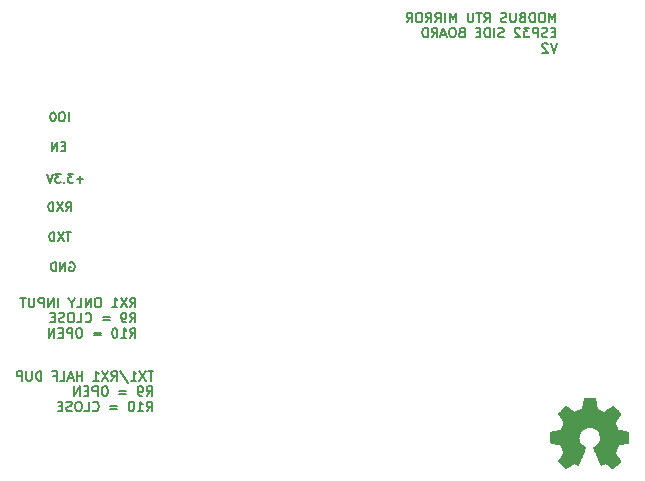
<source format=gbr>
%TF.GenerationSoftware,KiCad,Pcbnew,6.0.11-2627ca5db0~126~ubuntu20.04.1*%
%TF.CreationDate,2025-02-01T21:45:14-05:00*%
%TF.ProjectId,modbus_rtu_mirror_side_esp32_88x37x59mm,6d6f6462-7573-45f7-9274-755f6d697272,rev?*%
%TF.SameCoordinates,Original*%
%TF.FileFunction,Legend,Bot*%
%TF.FilePolarity,Positive*%
%FSLAX46Y46*%
G04 Gerber Fmt 4.6, Leading zero omitted, Abs format (unit mm)*
G04 Created by KiCad (PCBNEW 6.0.11-2627ca5db0~126~ubuntu20.04.1) date 2025-02-01 21:45:14*
%MOMM*%
%LPD*%
G01*
G04 APERTURE LIST*
%ADD10C,0.200000*%
%ADD11C,0.187500*%
%ADD12C,0.010000*%
G04 APERTURE END LIST*
D10*
X109712380Y-125565904D02*
X109979047Y-125184952D01*
X110169523Y-125565904D02*
X110169523Y-124765904D01*
X109864761Y-124765904D01*
X109788571Y-124804000D01*
X109750476Y-124842095D01*
X109712380Y-124918285D01*
X109712380Y-125032571D01*
X109750476Y-125108761D01*
X109788571Y-125146857D01*
X109864761Y-125184952D01*
X110169523Y-125184952D01*
X109445714Y-124765904D02*
X108912380Y-125565904D01*
X108912380Y-124765904D02*
X109445714Y-125565904D01*
X108188571Y-125565904D02*
X108645714Y-125565904D01*
X108417142Y-125565904D02*
X108417142Y-124765904D01*
X108493333Y-124880190D01*
X108569523Y-124956380D01*
X108645714Y-124994476D01*
X107083809Y-124765904D02*
X106931428Y-124765904D01*
X106855238Y-124804000D01*
X106779047Y-124880190D01*
X106740952Y-125032571D01*
X106740952Y-125299238D01*
X106779047Y-125451619D01*
X106855238Y-125527809D01*
X106931428Y-125565904D01*
X107083809Y-125565904D01*
X107160000Y-125527809D01*
X107236190Y-125451619D01*
X107274285Y-125299238D01*
X107274285Y-125032571D01*
X107236190Y-124880190D01*
X107160000Y-124804000D01*
X107083809Y-124765904D01*
X106398095Y-125565904D02*
X106398095Y-124765904D01*
X105940952Y-125565904D01*
X105940952Y-124765904D01*
X105179047Y-125565904D02*
X105560000Y-125565904D01*
X105560000Y-124765904D01*
X104760000Y-125184952D02*
X104760000Y-125565904D01*
X105026666Y-124765904D02*
X104760000Y-125184952D01*
X104493333Y-124765904D01*
X103617142Y-125565904D02*
X103617142Y-124765904D01*
X103236190Y-125565904D02*
X103236190Y-124765904D01*
X102779047Y-125565904D01*
X102779047Y-124765904D01*
X102398095Y-125565904D02*
X102398095Y-124765904D01*
X102093333Y-124765904D01*
X102017142Y-124804000D01*
X101979047Y-124842095D01*
X101940952Y-124918285D01*
X101940952Y-125032571D01*
X101979047Y-125108761D01*
X102017142Y-125146857D01*
X102093333Y-125184952D01*
X102398095Y-125184952D01*
X101598095Y-124765904D02*
X101598095Y-125413523D01*
X101560000Y-125489714D01*
X101521904Y-125527809D01*
X101445714Y-125565904D01*
X101293333Y-125565904D01*
X101217142Y-125527809D01*
X101179047Y-125489714D01*
X101140952Y-125413523D01*
X101140952Y-124765904D01*
X100874285Y-124765904D02*
X100417142Y-124765904D01*
X100645714Y-125565904D02*
X100645714Y-124765904D01*
X109712380Y-126853904D02*
X109979047Y-126472952D01*
X110169523Y-126853904D02*
X110169523Y-126053904D01*
X109864761Y-126053904D01*
X109788571Y-126092000D01*
X109750476Y-126130095D01*
X109712380Y-126206285D01*
X109712380Y-126320571D01*
X109750476Y-126396761D01*
X109788571Y-126434857D01*
X109864761Y-126472952D01*
X110169523Y-126472952D01*
X109331428Y-126853904D02*
X109179047Y-126853904D01*
X109102857Y-126815809D01*
X109064761Y-126777714D01*
X108988571Y-126663428D01*
X108950476Y-126511047D01*
X108950476Y-126206285D01*
X108988571Y-126130095D01*
X109026666Y-126092000D01*
X109102857Y-126053904D01*
X109255238Y-126053904D01*
X109331428Y-126092000D01*
X109369523Y-126130095D01*
X109407619Y-126206285D01*
X109407619Y-126396761D01*
X109369523Y-126472952D01*
X109331428Y-126511047D01*
X109255238Y-126549142D01*
X109102857Y-126549142D01*
X109026666Y-126511047D01*
X108988571Y-126472952D01*
X108950476Y-126396761D01*
X107998095Y-126434857D02*
X107388571Y-126434857D01*
X107388571Y-126663428D02*
X107998095Y-126663428D01*
X105940952Y-126777714D02*
X105979047Y-126815809D01*
X106093333Y-126853904D01*
X106169523Y-126853904D01*
X106283809Y-126815809D01*
X106360000Y-126739619D01*
X106398095Y-126663428D01*
X106436190Y-126511047D01*
X106436190Y-126396761D01*
X106398095Y-126244380D01*
X106360000Y-126168190D01*
X106283809Y-126092000D01*
X106169523Y-126053904D01*
X106093333Y-126053904D01*
X105979047Y-126092000D01*
X105940952Y-126130095D01*
X105217142Y-126853904D02*
X105598095Y-126853904D01*
X105598095Y-126053904D01*
X104798095Y-126053904D02*
X104645714Y-126053904D01*
X104569523Y-126092000D01*
X104493333Y-126168190D01*
X104455238Y-126320571D01*
X104455238Y-126587238D01*
X104493333Y-126739619D01*
X104569523Y-126815809D01*
X104645714Y-126853904D01*
X104798095Y-126853904D01*
X104874285Y-126815809D01*
X104950476Y-126739619D01*
X104988571Y-126587238D01*
X104988571Y-126320571D01*
X104950476Y-126168190D01*
X104874285Y-126092000D01*
X104798095Y-126053904D01*
X104150476Y-126815809D02*
X104036190Y-126853904D01*
X103845714Y-126853904D01*
X103769523Y-126815809D01*
X103731428Y-126777714D01*
X103693333Y-126701523D01*
X103693333Y-126625333D01*
X103731428Y-126549142D01*
X103769523Y-126511047D01*
X103845714Y-126472952D01*
X103998095Y-126434857D01*
X104074285Y-126396761D01*
X104112380Y-126358666D01*
X104150476Y-126282476D01*
X104150476Y-126206285D01*
X104112380Y-126130095D01*
X104074285Y-126092000D01*
X103998095Y-126053904D01*
X103807619Y-126053904D01*
X103693333Y-126092000D01*
X103350476Y-126434857D02*
X103083809Y-126434857D01*
X102969523Y-126853904D02*
X103350476Y-126853904D01*
X103350476Y-126053904D01*
X102969523Y-126053904D01*
X109712380Y-128141904D02*
X109979047Y-127760952D01*
X110169523Y-128141904D02*
X110169523Y-127341904D01*
X109864761Y-127341904D01*
X109788571Y-127380000D01*
X109750476Y-127418095D01*
X109712380Y-127494285D01*
X109712380Y-127608571D01*
X109750476Y-127684761D01*
X109788571Y-127722857D01*
X109864761Y-127760952D01*
X110169523Y-127760952D01*
X108950476Y-128141904D02*
X109407619Y-128141904D01*
X109179047Y-128141904D02*
X109179047Y-127341904D01*
X109255238Y-127456190D01*
X109331428Y-127532380D01*
X109407619Y-127570476D01*
X108455238Y-127341904D02*
X108379047Y-127341904D01*
X108302857Y-127380000D01*
X108264761Y-127418095D01*
X108226666Y-127494285D01*
X108188571Y-127646666D01*
X108188571Y-127837142D01*
X108226666Y-127989523D01*
X108264761Y-128065714D01*
X108302857Y-128103809D01*
X108379047Y-128141904D01*
X108455238Y-128141904D01*
X108531428Y-128103809D01*
X108569523Y-128065714D01*
X108607619Y-127989523D01*
X108645714Y-127837142D01*
X108645714Y-127646666D01*
X108607619Y-127494285D01*
X108569523Y-127418095D01*
X108531428Y-127380000D01*
X108455238Y-127341904D01*
X107236190Y-127722857D02*
X106626666Y-127722857D01*
X106626666Y-127951428D02*
X107236190Y-127951428D01*
X105483809Y-127341904D02*
X105331428Y-127341904D01*
X105255238Y-127380000D01*
X105179047Y-127456190D01*
X105140952Y-127608571D01*
X105140952Y-127875238D01*
X105179047Y-128027619D01*
X105255238Y-128103809D01*
X105331428Y-128141904D01*
X105483809Y-128141904D01*
X105560000Y-128103809D01*
X105636190Y-128027619D01*
X105674285Y-127875238D01*
X105674285Y-127608571D01*
X105636190Y-127456190D01*
X105560000Y-127380000D01*
X105483809Y-127341904D01*
X104798095Y-128141904D02*
X104798095Y-127341904D01*
X104493333Y-127341904D01*
X104417142Y-127380000D01*
X104379047Y-127418095D01*
X104340952Y-127494285D01*
X104340952Y-127608571D01*
X104379047Y-127684761D01*
X104417142Y-127722857D01*
X104493333Y-127760952D01*
X104798095Y-127760952D01*
X103998095Y-127722857D02*
X103731428Y-127722857D01*
X103617142Y-128141904D02*
X103998095Y-128141904D01*
X103998095Y-127341904D01*
X103617142Y-127341904D01*
X103274285Y-128141904D02*
X103274285Y-127341904D01*
X102817142Y-128141904D01*
X102817142Y-127341904D01*
D11*
X104259000Y-117433285D02*
X104509000Y-117076142D01*
X104687571Y-117433285D02*
X104687571Y-116683285D01*
X104401857Y-116683285D01*
X104330428Y-116719000D01*
X104294714Y-116754714D01*
X104259000Y-116826142D01*
X104259000Y-116933285D01*
X104294714Y-117004714D01*
X104330428Y-117040428D01*
X104401857Y-117076142D01*
X104687571Y-117076142D01*
X104009000Y-116683285D02*
X103509000Y-117433285D01*
X103509000Y-116683285D02*
X104009000Y-117433285D01*
X103223285Y-117433285D02*
X103223285Y-116683285D01*
X103044714Y-116683285D01*
X102937571Y-116719000D01*
X102866142Y-116790428D01*
X102830428Y-116861857D01*
X102794714Y-117004714D01*
X102794714Y-117111857D01*
X102830428Y-117254714D01*
X102866142Y-117326142D01*
X102937571Y-117397571D01*
X103044714Y-117433285D01*
X103223285Y-117433285D01*
D10*
X111680809Y-130988904D02*
X111223666Y-130988904D01*
X111452238Y-131788904D02*
X111452238Y-130988904D01*
X111033190Y-130988904D02*
X110499857Y-131788904D01*
X110499857Y-130988904D02*
X111033190Y-131788904D01*
X109776047Y-131788904D02*
X110233190Y-131788904D01*
X110004619Y-131788904D02*
X110004619Y-130988904D01*
X110080809Y-131103190D01*
X110157000Y-131179380D01*
X110233190Y-131217476D01*
X108861761Y-130950809D02*
X109547476Y-131979380D01*
X108137952Y-131788904D02*
X108404619Y-131407952D01*
X108595095Y-131788904D02*
X108595095Y-130988904D01*
X108290333Y-130988904D01*
X108214142Y-131027000D01*
X108176047Y-131065095D01*
X108137952Y-131141285D01*
X108137952Y-131255571D01*
X108176047Y-131331761D01*
X108214142Y-131369857D01*
X108290333Y-131407952D01*
X108595095Y-131407952D01*
X107871285Y-130988904D02*
X107337952Y-131788904D01*
X107337952Y-130988904D02*
X107871285Y-131788904D01*
X106614142Y-131788904D02*
X107071285Y-131788904D01*
X106842714Y-131788904D02*
X106842714Y-130988904D01*
X106918904Y-131103190D01*
X106995095Y-131179380D01*
X107071285Y-131217476D01*
X105661761Y-131788904D02*
X105661761Y-130988904D01*
X105661761Y-131369857D02*
X105204619Y-131369857D01*
X105204619Y-131788904D02*
X105204619Y-130988904D01*
X104861761Y-131560333D02*
X104480809Y-131560333D01*
X104937952Y-131788904D02*
X104671285Y-130988904D01*
X104404619Y-131788904D01*
X103757000Y-131788904D02*
X104137952Y-131788904D01*
X104137952Y-130988904D01*
X103223666Y-131369857D02*
X103490333Y-131369857D01*
X103490333Y-131788904D02*
X103490333Y-130988904D01*
X103109380Y-130988904D01*
X102195095Y-131788904D02*
X102195095Y-130988904D01*
X102004619Y-130988904D01*
X101890333Y-131027000D01*
X101814142Y-131103190D01*
X101776047Y-131179380D01*
X101737952Y-131331761D01*
X101737952Y-131446047D01*
X101776047Y-131598428D01*
X101814142Y-131674619D01*
X101890333Y-131750809D01*
X102004619Y-131788904D01*
X102195095Y-131788904D01*
X101395095Y-130988904D02*
X101395095Y-131636523D01*
X101357000Y-131712714D01*
X101318904Y-131750809D01*
X101242714Y-131788904D01*
X101090333Y-131788904D01*
X101014142Y-131750809D01*
X100976047Y-131712714D01*
X100937952Y-131636523D01*
X100937952Y-130988904D01*
X100557000Y-131788904D02*
X100557000Y-130988904D01*
X100252238Y-130988904D01*
X100176047Y-131027000D01*
X100137952Y-131065095D01*
X100099857Y-131141285D01*
X100099857Y-131255571D01*
X100137952Y-131331761D01*
X100176047Y-131369857D01*
X100252238Y-131407952D01*
X100557000Y-131407952D01*
X111109380Y-133076904D02*
X111376047Y-132695952D01*
X111566523Y-133076904D02*
X111566523Y-132276904D01*
X111261761Y-132276904D01*
X111185571Y-132315000D01*
X111147476Y-132353095D01*
X111109380Y-132429285D01*
X111109380Y-132543571D01*
X111147476Y-132619761D01*
X111185571Y-132657857D01*
X111261761Y-132695952D01*
X111566523Y-132695952D01*
X110728428Y-133076904D02*
X110576047Y-133076904D01*
X110499857Y-133038809D01*
X110461761Y-133000714D01*
X110385571Y-132886428D01*
X110347476Y-132734047D01*
X110347476Y-132429285D01*
X110385571Y-132353095D01*
X110423666Y-132315000D01*
X110499857Y-132276904D01*
X110652238Y-132276904D01*
X110728428Y-132315000D01*
X110766523Y-132353095D01*
X110804619Y-132429285D01*
X110804619Y-132619761D01*
X110766523Y-132695952D01*
X110728428Y-132734047D01*
X110652238Y-132772142D01*
X110499857Y-132772142D01*
X110423666Y-132734047D01*
X110385571Y-132695952D01*
X110347476Y-132619761D01*
X109395095Y-132657857D02*
X108785571Y-132657857D01*
X108785571Y-132886428D02*
X109395095Y-132886428D01*
X107642714Y-132276904D02*
X107490333Y-132276904D01*
X107414142Y-132315000D01*
X107337952Y-132391190D01*
X107299857Y-132543571D01*
X107299857Y-132810238D01*
X107337952Y-132962619D01*
X107414142Y-133038809D01*
X107490333Y-133076904D01*
X107642714Y-133076904D01*
X107718904Y-133038809D01*
X107795095Y-132962619D01*
X107833190Y-132810238D01*
X107833190Y-132543571D01*
X107795095Y-132391190D01*
X107718904Y-132315000D01*
X107642714Y-132276904D01*
X106957000Y-133076904D02*
X106957000Y-132276904D01*
X106652238Y-132276904D01*
X106576047Y-132315000D01*
X106537952Y-132353095D01*
X106499857Y-132429285D01*
X106499857Y-132543571D01*
X106537952Y-132619761D01*
X106576047Y-132657857D01*
X106652238Y-132695952D01*
X106957000Y-132695952D01*
X106157000Y-132657857D02*
X105890333Y-132657857D01*
X105776047Y-133076904D02*
X106157000Y-133076904D01*
X106157000Y-132276904D01*
X105776047Y-132276904D01*
X105433190Y-133076904D02*
X105433190Y-132276904D01*
X104976047Y-133076904D01*
X104976047Y-132276904D01*
X111109380Y-134364904D02*
X111376047Y-133983952D01*
X111566523Y-134364904D02*
X111566523Y-133564904D01*
X111261761Y-133564904D01*
X111185571Y-133603000D01*
X111147476Y-133641095D01*
X111109380Y-133717285D01*
X111109380Y-133831571D01*
X111147476Y-133907761D01*
X111185571Y-133945857D01*
X111261761Y-133983952D01*
X111566523Y-133983952D01*
X110347476Y-134364904D02*
X110804619Y-134364904D01*
X110576047Y-134364904D02*
X110576047Y-133564904D01*
X110652238Y-133679190D01*
X110728428Y-133755380D01*
X110804619Y-133793476D01*
X109852238Y-133564904D02*
X109776047Y-133564904D01*
X109699857Y-133603000D01*
X109661761Y-133641095D01*
X109623666Y-133717285D01*
X109585571Y-133869666D01*
X109585571Y-134060142D01*
X109623666Y-134212523D01*
X109661761Y-134288714D01*
X109699857Y-134326809D01*
X109776047Y-134364904D01*
X109852238Y-134364904D01*
X109928428Y-134326809D01*
X109966523Y-134288714D01*
X110004619Y-134212523D01*
X110042714Y-134060142D01*
X110042714Y-133869666D01*
X110004619Y-133717285D01*
X109966523Y-133641095D01*
X109928428Y-133603000D01*
X109852238Y-133564904D01*
X108633190Y-133945857D02*
X108023666Y-133945857D01*
X108023666Y-134174428D02*
X108633190Y-134174428D01*
X106576047Y-134288714D02*
X106614142Y-134326809D01*
X106728428Y-134364904D01*
X106804619Y-134364904D01*
X106918904Y-134326809D01*
X106995095Y-134250619D01*
X107033190Y-134174428D01*
X107071285Y-134022047D01*
X107071285Y-133907761D01*
X107033190Y-133755380D01*
X106995095Y-133679190D01*
X106918904Y-133603000D01*
X106804619Y-133564904D01*
X106728428Y-133564904D01*
X106614142Y-133603000D01*
X106576047Y-133641095D01*
X105852238Y-134364904D02*
X106233190Y-134364904D01*
X106233190Y-133564904D01*
X105433190Y-133564904D02*
X105280809Y-133564904D01*
X105204619Y-133603000D01*
X105128428Y-133679190D01*
X105090333Y-133831571D01*
X105090333Y-134098238D01*
X105128428Y-134250619D01*
X105204619Y-134326809D01*
X105280809Y-134364904D01*
X105433190Y-134364904D01*
X105509380Y-134326809D01*
X105585571Y-134250619D01*
X105623666Y-134098238D01*
X105623666Y-133831571D01*
X105585571Y-133679190D01*
X105509380Y-133603000D01*
X105433190Y-133564904D01*
X104785571Y-134326809D02*
X104671285Y-134364904D01*
X104480809Y-134364904D01*
X104404619Y-134326809D01*
X104366523Y-134288714D01*
X104328428Y-134212523D01*
X104328428Y-134136333D01*
X104366523Y-134060142D01*
X104404619Y-134022047D01*
X104480809Y-133983952D01*
X104633190Y-133945857D01*
X104709380Y-133907761D01*
X104747476Y-133869666D01*
X104785571Y-133793476D01*
X104785571Y-133717285D01*
X104747476Y-133641095D01*
X104709380Y-133603000D01*
X104633190Y-133564904D01*
X104442714Y-133564904D01*
X104328428Y-133603000D01*
X103985571Y-133945857D02*
X103718904Y-133945857D01*
X103604619Y-134364904D02*
X103985571Y-134364904D01*
X103985571Y-133564904D01*
X103604619Y-133564904D01*
D11*
X105767000Y-114734571D02*
X105195571Y-114734571D01*
X105481285Y-115020285D02*
X105481285Y-114448857D01*
X104909857Y-114270285D02*
X104445571Y-114270285D01*
X104695571Y-114556000D01*
X104588428Y-114556000D01*
X104517000Y-114591714D01*
X104481285Y-114627428D01*
X104445571Y-114698857D01*
X104445571Y-114877428D01*
X104481285Y-114948857D01*
X104517000Y-114984571D01*
X104588428Y-115020285D01*
X104802714Y-115020285D01*
X104874142Y-114984571D01*
X104909857Y-114948857D01*
X104124142Y-114948857D02*
X104088428Y-114984571D01*
X104124142Y-115020285D01*
X104159857Y-114984571D01*
X104124142Y-114948857D01*
X104124142Y-115020285D01*
X103838428Y-114270285D02*
X103374142Y-114270285D01*
X103624142Y-114556000D01*
X103517000Y-114556000D01*
X103445571Y-114591714D01*
X103409857Y-114627428D01*
X103374142Y-114698857D01*
X103374142Y-114877428D01*
X103409857Y-114948857D01*
X103445571Y-114984571D01*
X103517000Y-115020285D01*
X103731285Y-115020285D01*
X103802714Y-114984571D01*
X103838428Y-114948857D01*
X103159857Y-114270285D02*
X102909857Y-115020285D01*
X102659857Y-114270285D01*
X104509000Y-109813285D02*
X104509000Y-109063285D01*
X104009000Y-109063285D02*
X103866142Y-109063285D01*
X103794714Y-109099000D01*
X103723285Y-109170428D01*
X103687571Y-109313285D01*
X103687571Y-109563285D01*
X103723285Y-109706142D01*
X103794714Y-109777571D01*
X103866142Y-109813285D01*
X104009000Y-109813285D01*
X104080428Y-109777571D01*
X104151857Y-109706142D01*
X104187571Y-109563285D01*
X104187571Y-109313285D01*
X104151857Y-109170428D01*
X104080428Y-109099000D01*
X104009000Y-109063285D01*
X103223285Y-109063285D02*
X103151857Y-109063285D01*
X103080428Y-109099000D01*
X103044714Y-109134714D01*
X103009000Y-109206142D01*
X102973285Y-109349000D01*
X102973285Y-109527571D01*
X103009000Y-109670428D01*
X103044714Y-109741857D01*
X103080428Y-109777571D01*
X103151857Y-109813285D01*
X103223285Y-109813285D01*
X103294714Y-109777571D01*
X103330428Y-109741857D01*
X103366142Y-109670428D01*
X103401857Y-109527571D01*
X103401857Y-109349000D01*
X103366142Y-109206142D01*
X103330428Y-109134714D01*
X103294714Y-109099000D01*
X103223285Y-109063285D01*
X104584428Y-121799000D02*
X104655857Y-121763285D01*
X104763000Y-121763285D01*
X104870142Y-121799000D01*
X104941571Y-121870428D01*
X104977285Y-121941857D01*
X105013000Y-122084714D01*
X105013000Y-122191857D01*
X104977285Y-122334714D01*
X104941571Y-122406142D01*
X104870142Y-122477571D01*
X104763000Y-122513285D01*
X104691571Y-122513285D01*
X104584428Y-122477571D01*
X104548714Y-122441857D01*
X104548714Y-122191857D01*
X104691571Y-122191857D01*
X104227285Y-122513285D02*
X104227285Y-121763285D01*
X103798714Y-122513285D01*
X103798714Y-121763285D01*
X103441571Y-122513285D02*
X103441571Y-121763285D01*
X103263000Y-121763285D01*
X103155857Y-121799000D01*
X103084428Y-121870428D01*
X103048714Y-121941857D01*
X103013000Y-122084714D01*
X103013000Y-122191857D01*
X103048714Y-122334714D01*
X103084428Y-122406142D01*
X103155857Y-122477571D01*
X103263000Y-122513285D01*
X103441571Y-122513285D01*
X104185571Y-111960428D02*
X103935571Y-111960428D01*
X103828428Y-112353285D02*
X104185571Y-112353285D01*
X104185571Y-111603285D01*
X103828428Y-111603285D01*
X103507000Y-112353285D02*
X103507000Y-111603285D01*
X103078428Y-112353285D01*
X103078428Y-111603285D01*
X104705428Y-119223285D02*
X104276857Y-119223285D01*
X104491142Y-119973285D02*
X104491142Y-119223285D01*
X104098285Y-119223285D02*
X103598285Y-119973285D01*
X103598285Y-119223285D02*
X104098285Y-119973285D01*
X103312571Y-119973285D02*
X103312571Y-119223285D01*
X103134000Y-119223285D01*
X103026857Y-119259000D01*
X102955428Y-119330428D01*
X102919714Y-119401857D01*
X102884000Y-119544714D01*
X102884000Y-119651857D01*
X102919714Y-119794714D01*
X102955428Y-119866142D01*
X103026857Y-119937571D01*
X103134000Y-119973285D01*
X103312571Y-119973285D01*
D10*
X145729523Y-101435904D02*
X145729523Y-100635904D01*
X145462857Y-101207333D01*
X145196190Y-100635904D01*
X145196190Y-101435904D01*
X144662857Y-100635904D02*
X144510476Y-100635904D01*
X144434285Y-100674000D01*
X144358095Y-100750190D01*
X144320000Y-100902571D01*
X144320000Y-101169238D01*
X144358095Y-101321619D01*
X144434285Y-101397809D01*
X144510476Y-101435904D01*
X144662857Y-101435904D01*
X144739047Y-101397809D01*
X144815238Y-101321619D01*
X144853333Y-101169238D01*
X144853333Y-100902571D01*
X144815238Y-100750190D01*
X144739047Y-100674000D01*
X144662857Y-100635904D01*
X143977142Y-101435904D02*
X143977142Y-100635904D01*
X143786666Y-100635904D01*
X143672380Y-100674000D01*
X143596190Y-100750190D01*
X143558095Y-100826380D01*
X143520000Y-100978761D01*
X143520000Y-101093047D01*
X143558095Y-101245428D01*
X143596190Y-101321619D01*
X143672380Y-101397809D01*
X143786666Y-101435904D01*
X143977142Y-101435904D01*
X142910476Y-101016857D02*
X142796190Y-101054952D01*
X142758095Y-101093047D01*
X142720000Y-101169238D01*
X142720000Y-101283523D01*
X142758095Y-101359714D01*
X142796190Y-101397809D01*
X142872380Y-101435904D01*
X143177142Y-101435904D01*
X143177142Y-100635904D01*
X142910476Y-100635904D01*
X142834285Y-100674000D01*
X142796190Y-100712095D01*
X142758095Y-100788285D01*
X142758095Y-100864476D01*
X142796190Y-100940666D01*
X142834285Y-100978761D01*
X142910476Y-101016857D01*
X143177142Y-101016857D01*
X142377142Y-100635904D02*
X142377142Y-101283523D01*
X142339047Y-101359714D01*
X142300952Y-101397809D01*
X142224761Y-101435904D01*
X142072380Y-101435904D01*
X141996190Y-101397809D01*
X141958095Y-101359714D01*
X141920000Y-101283523D01*
X141920000Y-100635904D01*
X141577142Y-101397809D02*
X141462857Y-101435904D01*
X141272380Y-101435904D01*
X141196190Y-101397809D01*
X141158095Y-101359714D01*
X141120000Y-101283523D01*
X141120000Y-101207333D01*
X141158095Y-101131142D01*
X141196190Y-101093047D01*
X141272380Y-101054952D01*
X141424761Y-101016857D01*
X141500952Y-100978761D01*
X141539047Y-100940666D01*
X141577142Y-100864476D01*
X141577142Y-100788285D01*
X141539047Y-100712095D01*
X141500952Y-100674000D01*
X141424761Y-100635904D01*
X141234285Y-100635904D01*
X141120000Y-100674000D01*
X139710476Y-101435904D02*
X139977142Y-101054952D01*
X140167619Y-101435904D02*
X140167619Y-100635904D01*
X139862857Y-100635904D01*
X139786666Y-100674000D01*
X139748571Y-100712095D01*
X139710476Y-100788285D01*
X139710476Y-100902571D01*
X139748571Y-100978761D01*
X139786666Y-101016857D01*
X139862857Y-101054952D01*
X140167619Y-101054952D01*
X139481904Y-100635904D02*
X139024761Y-100635904D01*
X139253333Y-101435904D02*
X139253333Y-100635904D01*
X138758095Y-100635904D02*
X138758095Y-101283523D01*
X138720000Y-101359714D01*
X138681904Y-101397809D01*
X138605714Y-101435904D01*
X138453333Y-101435904D01*
X138377142Y-101397809D01*
X138339047Y-101359714D01*
X138300952Y-101283523D01*
X138300952Y-100635904D01*
X137310476Y-101435904D02*
X137310476Y-100635904D01*
X137043809Y-101207333D01*
X136777142Y-100635904D01*
X136777142Y-101435904D01*
X136396190Y-101435904D02*
X136396190Y-100635904D01*
X135558095Y-101435904D02*
X135824761Y-101054952D01*
X136015238Y-101435904D02*
X136015238Y-100635904D01*
X135710476Y-100635904D01*
X135634285Y-100674000D01*
X135596190Y-100712095D01*
X135558095Y-100788285D01*
X135558095Y-100902571D01*
X135596190Y-100978761D01*
X135634285Y-101016857D01*
X135710476Y-101054952D01*
X136015238Y-101054952D01*
X134758095Y-101435904D02*
X135024761Y-101054952D01*
X135215238Y-101435904D02*
X135215238Y-100635904D01*
X134910476Y-100635904D01*
X134834285Y-100674000D01*
X134796190Y-100712095D01*
X134758095Y-100788285D01*
X134758095Y-100902571D01*
X134796190Y-100978761D01*
X134834285Y-101016857D01*
X134910476Y-101054952D01*
X135215238Y-101054952D01*
X134262857Y-100635904D02*
X134110476Y-100635904D01*
X134034285Y-100674000D01*
X133958095Y-100750190D01*
X133919999Y-100902571D01*
X133919999Y-101169238D01*
X133958095Y-101321619D01*
X134034285Y-101397809D01*
X134110476Y-101435904D01*
X134262857Y-101435904D01*
X134339047Y-101397809D01*
X134415238Y-101321619D01*
X134453333Y-101169238D01*
X134453333Y-100902571D01*
X134415238Y-100750190D01*
X134339047Y-100674000D01*
X134262857Y-100635904D01*
X133119999Y-101435904D02*
X133386666Y-101054952D01*
X133577142Y-101435904D02*
X133577142Y-100635904D01*
X133272380Y-100635904D01*
X133196190Y-100674000D01*
X133158095Y-100712095D01*
X133119999Y-100788285D01*
X133119999Y-100902571D01*
X133158095Y-100978761D01*
X133196190Y-101016857D01*
X133272380Y-101054952D01*
X133577142Y-101054952D01*
X145729523Y-102304857D02*
X145462857Y-102304857D01*
X145348571Y-102723904D02*
X145729523Y-102723904D01*
X145729523Y-101923904D01*
X145348571Y-101923904D01*
X145043809Y-102685809D02*
X144929523Y-102723904D01*
X144739047Y-102723904D01*
X144662857Y-102685809D01*
X144624761Y-102647714D01*
X144586666Y-102571523D01*
X144586666Y-102495333D01*
X144624761Y-102419142D01*
X144662857Y-102381047D01*
X144739047Y-102342952D01*
X144891428Y-102304857D01*
X144967619Y-102266761D01*
X145005714Y-102228666D01*
X145043809Y-102152476D01*
X145043809Y-102076285D01*
X145005714Y-102000095D01*
X144967619Y-101962000D01*
X144891428Y-101923904D01*
X144700952Y-101923904D01*
X144586666Y-101962000D01*
X144243809Y-102723904D02*
X144243809Y-101923904D01*
X143939047Y-101923904D01*
X143862857Y-101962000D01*
X143824761Y-102000095D01*
X143786666Y-102076285D01*
X143786666Y-102190571D01*
X143824761Y-102266761D01*
X143862857Y-102304857D01*
X143939047Y-102342952D01*
X144243809Y-102342952D01*
X143520000Y-101923904D02*
X143024761Y-101923904D01*
X143291428Y-102228666D01*
X143177142Y-102228666D01*
X143100952Y-102266761D01*
X143062857Y-102304857D01*
X143024761Y-102381047D01*
X143024761Y-102571523D01*
X143062857Y-102647714D01*
X143100952Y-102685809D01*
X143177142Y-102723904D01*
X143405714Y-102723904D01*
X143481904Y-102685809D01*
X143520000Y-102647714D01*
X142720000Y-102000095D02*
X142681904Y-101962000D01*
X142605714Y-101923904D01*
X142415238Y-101923904D01*
X142339047Y-101962000D01*
X142300952Y-102000095D01*
X142262857Y-102076285D01*
X142262857Y-102152476D01*
X142300952Y-102266761D01*
X142758095Y-102723904D01*
X142262857Y-102723904D01*
X141348571Y-102685809D02*
X141234285Y-102723904D01*
X141043809Y-102723904D01*
X140967619Y-102685809D01*
X140929523Y-102647714D01*
X140891428Y-102571523D01*
X140891428Y-102495333D01*
X140929523Y-102419142D01*
X140967619Y-102381047D01*
X141043809Y-102342952D01*
X141196190Y-102304857D01*
X141272380Y-102266761D01*
X141310476Y-102228666D01*
X141348571Y-102152476D01*
X141348571Y-102076285D01*
X141310476Y-102000095D01*
X141272380Y-101962000D01*
X141196190Y-101923904D01*
X141005714Y-101923904D01*
X140891428Y-101962000D01*
X140548571Y-102723904D02*
X140548571Y-101923904D01*
X140167619Y-102723904D02*
X140167619Y-101923904D01*
X139977142Y-101923904D01*
X139862857Y-101962000D01*
X139786666Y-102038190D01*
X139748571Y-102114380D01*
X139710476Y-102266761D01*
X139710476Y-102381047D01*
X139748571Y-102533428D01*
X139786666Y-102609619D01*
X139862857Y-102685809D01*
X139977142Y-102723904D01*
X140167619Y-102723904D01*
X139367619Y-102304857D02*
X139100952Y-102304857D01*
X138986666Y-102723904D02*
X139367619Y-102723904D01*
X139367619Y-101923904D01*
X138986666Y-101923904D01*
X137767619Y-102304857D02*
X137653333Y-102342952D01*
X137615238Y-102381047D01*
X137577142Y-102457238D01*
X137577142Y-102571523D01*
X137615238Y-102647714D01*
X137653333Y-102685809D01*
X137729523Y-102723904D01*
X138034285Y-102723904D01*
X138034285Y-101923904D01*
X137767619Y-101923904D01*
X137691428Y-101962000D01*
X137653333Y-102000095D01*
X137615238Y-102076285D01*
X137615238Y-102152476D01*
X137653333Y-102228666D01*
X137691428Y-102266761D01*
X137767619Y-102304857D01*
X138034285Y-102304857D01*
X137081904Y-101923904D02*
X136929523Y-101923904D01*
X136853333Y-101962000D01*
X136777142Y-102038190D01*
X136739047Y-102190571D01*
X136739047Y-102457238D01*
X136777142Y-102609619D01*
X136853333Y-102685809D01*
X136929523Y-102723904D01*
X137081904Y-102723904D01*
X137158095Y-102685809D01*
X137234285Y-102609619D01*
X137272380Y-102457238D01*
X137272380Y-102190571D01*
X137234285Y-102038190D01*
X137158095Y-101962000D01*
X137081904Y-101923904D01*
X136434285Y-102495333D02*
X136053333Y-102495333D01*
X136510476Y-102723904D02*
X136243809Y-101923904D01*
X135977142Y-102723904D01*
X135253333Y-102723904D02*
X135520000Y-102342952D01*
X135710476Y-102723904D02*
X135710476Y-101923904D01*
X135405714Y-101923904D01*
X135329523Y-101962000D01*
X135291428Y-102000095D01*
X135253333Y-102076285D01*
X135253333Y-102190571D01*
X135291428Y-102266761D01*
X135329523Y-102304857D01*
X135405714Y-102342952D01*
X135710476Y-102342952D01*
X134910476Y-102723904D02*
X134910476Y-101923904D01*
X134720000Y-101923904D01*
X134605714Y-101962000D01*
X134529523Y-102038190D01*
X134491428Y-102114380D01*
X134453333Y-102266761D01*
X134453333Y-102381047D01*
X134491428Y-102533428D01*
X134529523Y-102609619D01*
X134605714Y-102685809D01*
X134720000Y-102723904D01*
X134910476Y-102723904D01*
X145843809Y-103211904D02*
X145577142Y-104011904D01*
X145310476Y-103211904D01*
X145081904Y-103288095D02*
X145043809Y-103250000D01*
X144967619Y-103211904D01*
X144777142Y-103211904D01*
X144700952Y-103250000D01*
X144662857Y-103288095D01*
X144624761Y-103364285D01*
X144624761Y-103440476D01*
X144662857Y-103554761D01*
X145120000Y-104011904D01*
X144624761Y-104011904D01*
%TO.C,REF\u002A\u002A*%
G36*
X149127275Y-133739931D02*
G01*
X149211095Y-134184555D01*
X149829667Y-134439551D01*
X150200707Y-134187246D01*
X150274144Y-134137506D01*
X150371499Y-134072218D01*
X150455787Y-134016454D01*
X150522631Y-133973078D01*
X150567654Y-133944953D01*
X150586478Y-133934942D01*
X150598039Y-133942061D01*
X150632596Y-133971894D01*
X150684894Y-134020852D01*
X150750500Y-134084440D01*
X150824983Y-134158163D01*
X150903913Y-134237525D01*
X150982856Y-134318031D01*
X151057384Y-134395185D01*
X151123063Y-134464493D01*
X151175463Y-134521457D01*
X151210153Y-134561584D01*
X151222701Y-134580377D01*
X151219782Y-134588451D01*
X151199571Y-134624469D01*
X151162663Y-134683744D01*
X151112050Y-134761630D01*
X151050725Y-134853481D01*
X150981679Y-134954650D01*
X150943787Y-135009826D01*
X150878606Y-135105884D01*
X150822723Y-135189717D01*
X150779117Y-135256777D01*
X150750769Y-135302519D01*
X150740657Y-135322396D01*
X150740823Y-135323497D01*
X150749743Y-135348694D01*
X150770206Y-135400147D01*
X150799360Y-135471135D01*
X150834353Y-135554935D01*
X150872332Y-135644828D01*
X150910445Y-135734091D01*
X150945839Y-135816003D01*
X150975662Y-135883843D01*
X150997061Y-135930890D01*
X151007184Y-135950422D01*
X151013174Y-135952155D01*
X151049566Y-135959969D01*
X151114427Y-135972915D01*
X151202565Y-135989979D01*
X151308787Y-136010151D01*
X151427902Y-136032418D01*
X151490683Y-136044223D01*
X151605912Y-136066748D01*
X151706662Y-136087550D01*
X151787426Y-136105435D01*
X151842698Y-136119208D01*
X151866971Y-136127674D01*
X151871331Y-136136066D01*
X151878563Y-136177072D01*
X151884246Y-136245368D01*
X151888382Y-136334529D01*
X151890977Y-136438128D01*
X151892036Y-136549740D01*
X151891561Y-136662938D01*
X151889559Y-136771296D01*
X151886033Y-136868389D01*
X151880987Y-136947790D01*
X151874427Y-137003072D01*
X151866356Y-137027810D01*
X151861458Y-137030600D01*
X151824930Y-137042569D01*
X151761565Y-137058405D01*
X151678686Y-137076374D01*
X151583618Y-137094741D01*
X151551542Y-137100591D01*
X151403393Y-137127798D01*
X151286961Y-137149663D01*
X151198209Y-137167093D01*
X151133103Y-137180996D01*
X151087606Y-137192277D01*
X151057682Y-137201843D01*
X151039294Y-137210601D01*
X151028407Y-137219457D01*
X151027142Y-137220943D01*
X151009338Y-137251931D01*
X150982994Y-137308634D01*
X150950661Y-137384399D01*
X150914893Y-137472574D01*
X150878244Y-137566507D01*
X150843266Y-137659547D01*
X150812513Y-137745041D01*
X150788538Y-137816336D01*
X150773895Y-137866782D01*
X150771136Y-137889726D01*
X150772981Y-137892703D01*
X150792075Y-137921493D01*
X150827984Y-137974595D01*
X150877378Y-138047117D01*
X150936927Y-138134167D01*
X151003303Y-138230854D01*
X151021520Y-138257456D01*
X151085577Y-138352875D01*
X151140937Y-138438212D01*
X151184439Y-138508405D01*
X151212924Y-138558394D01*
X151223232Y-138583116D01*
X151221011Y-138589616D01*
X151197858Y-138621644D01*
X151152177Y-138673945D01*
X151087241Y-138742999D01*
X151006319Y-138825286D01*
X150912685Y-138917286D01*
X150859165Y-138968781D01*
X150774542Y-139048983D01*
X150700475Y-139117678D01*
X150640941Y-139171252D01*
X150599917Y-139206085D01*
X150581381Y-139218563D01*
X150568646Y-139213938D01*
X150529436Y-139192057D01*
X150472495Y-139156273D01*
X150405250Y-139111117D01*
X150357438Y-139078165D01*
X150261985Y-139012727D01*
X150160125Y-138943228D01*
X150067088Y-138880075D01*
X149884832Y-138756800D01*
X149731841Y-138839520D01*
X149695817Y-138858613D01*
X149630303Y-138891272D01*
X149579640Y-138913819D01*
X149552564Y-138922226D01*
X149543703Y-138911430D01*
X149521699Y-138870323D01*
X149489199Y-138802549D01*
X149448010Y-138712409D01*
X149399942Y-138604205D01*
X149346802Y-138482237D01*
X149290399Y-138350808D01*
X149232542Y-138214218D01*
X149175038Y-138076767D01*
X149119697Y-137942758D01*
X149068326Y-137816491D01*
X149022735Y-137702268D01*
X148984732Y-137604390D01*
X148956124Y-137527157D01*
X148938721Y-137474871D01*
X148934331Y-137451833D01*
X148934628Y-137451160D01*
X148955077Y-137429863D01*
X148997850Y-137396508D01*
X149054117Y-137358011D01*
X149071877Y-137346256D01*
X149207014Y-137234735D01*
X149318856Y-137101906D01*
X149404755Y-136953298D01*
X149462062Y-136794440D01*
X149488131Y-136630860D01*
X149480313Y-136468088D01*
X149448644Y-136323315D01*
X149391782Y-136177124D01*
X149308888Y-136046703D01*
X149195131Y-135922813D01*
X149150433Y-135883235D01*
X149005935Y-135785723D01*
X148849838Y-135720050D01*
X148686667Y-135685630D01*
X148520943Y-135681874D01*
X148357192Y-135708194D01*
X148199936Y-135764003D01*
X148053698Y-135848714D01*
X147923004Y-135961737D01*
X147812374Y-136102487D01*
X147791105Y-136137342D01*
X147718810Y-136296655D01*
X147680415Y-136462552D01*
X147674914Y-136630737D01*
X147701301Y-136796913D01*
X147758570Y-136956784D01*
X147845717Y-137106053D01*
X147961736Y-137240423D01*
X148105622Y-137355599D01*
X148110294Y-137358702D01*
X148165964Y-137397933D01*
X148207689Y-137431286D01*
X148226746Y-137451833D01*
X148224342Y-137467941D01*
X148209391Y-137514844D01*
X148182881Y-137587539D01*
X148146620Y-137681725D01*
X148102416Y-137793098D01*
X148052076Y-137917358D01*
X147997407Y-138050202D01*
X147940218Y-138187327D01*
X147882316Y-138324432D01*
X147825510Y-138457215D01*
X147771606Y-138581374D01*
X147722412Y-138692606D01*
X147679737Y-138786609D01*
X147645387Y-138859082D01*
X147621171Y-138905722D01*
X147608897Y-138922226D01*
X147598689Y-138919991D01*
X147558586Y-138903926D01*
X147499318Y-138875759D01*
X147429619Y-138839520D01*
X147276629Y-138756800D01*
X147094373Y-138880075D01*
X147040527Y-138916579D01*
X146940374Y-138984784D01*
X146840525Y-139053098D01*
X146756211Y-139111117D01*
X146709679Y-139142736D01*
X146649200Y-139182020D01*
X146604357Y-139208912D01*
X146582455Y-139218883D01*
X146573045Y-139214650D01*
X146539031Y-139188721D01*
X146486595Y-139143070D01*
X146420301Y-139082186D01*
X146344713Y-139010561D01*
X146264396Y-138932683D01*
X146183913Y-138853045D01*
X146107829Y-138776135D01*
X146040707Y-138706445D01*
X145987112Y-138648464D01*
X145951608Y-138606684D01*
X145938759Y-138585593D01*
X145939500Y-138581581D01*
X145954793Y-138548920D01*
X145987462Y-138492412D01*
X146034350Y-138417163D01*
X146092301Y-138328275D01*
X146158157Y-138230854D01*
X146176627Y-138203982D01*
X146241482Y-138109423D01*
X146298609Y-138025827D01*
X146344678Y-137958084D01*
X146376359Y-137911086D01*
X146390324Y-137889726D01*
X146390668Y-137888811D01*
X146386546Y-137862678D01*
X146370807Y-137809740D01*
X146346004Y-137736647D01*
X146314689Y-137650052D01*
X146279417Y-137556608D01*
X146242740Y-137462965D01*
X146207212Y-137375777D01*
X146175386Y-137301695D01*
X146149816Y-137247371D01*
X146133053Y-137219457D01*
X146131374Y-137217724D01*
X146119372Y-137208956D01*
X146099103Y-137200115D01*
X146066529Y-137190292D01*
X146017616Y-137178583D01*
X145948327Y-137164080D01*
X145854625Y-137145876D01*
X145732476Y-137123066D01*
X145577842Y-137094741D01*
X145545770Y-137088780D01*
X145453893Y-137070352D01*
X145376607Y-137052892D01*
X145321236Y-137038133D01*
X145295105Y-137027810D01*
X145290733Y-137019197D01*
X145283445Y-136977826D01*
X145277669Y-136909241D01*
X145273410Y-136819868D01*
X145270673Y-136716135D01*
X145269462Y-136604465D01*
X145269782Y-136491287D01*
X145271636Y-136383026D01*
X145275030Y-136286108D01*
X145279967Y-136206959D01*
X145286452Y-136152006D01*
X145294489Y-136127674D01*
X145302696Y-136124079D01*
X145343519Y-136112748D01*
X145412524Y-136096722D01*
X145504203Y-136077195D01*
X145613050Y-136055362D01*
X145733558Y-136032418D01*
X145799357Y-136020159D01*
X145912135Y-135998901D01*
X146009207Y-135980287D01*
X146085382Y-135965328D01*
X146135469Y-135955036D01*
X146154276Y-135950422D01*
X146154983Y-135949471D01*
X146166961Y-135925310D01*
X146189794Y-135874694D01*
X146220630Y-135804338D01*
X146256613Y-135720958D01*
X146294891Y-135631270D01*
X146332609Y-135541989D01*
X146366913Y-135459832D01*
X146394949Y-135391513D01*
X146413864Y-135343748D01*
X146420803Y-135323254D01*
X146417742Y-135316043D01*
X146397372Y-135281728D01*
X146360422Y-135223970D01*
X146309860Y-135147299D01*
X146248657Y-135056248D01*
X146179781Y-134955350D01*
X146141994Y-134900093D01*
X146076782Y-134803215D01*
X146020871Y-134718193D01*
X145977241Y-134649662D01*
X145948877Y-134602260D01*
X145938759Y-134580623D01*
X145945790Y-134568887D01*
X145975197Y-134533818D01*
X146023441Y-134480745D01*
X146086093Y-134414164D01*
X146158725Y-134338574D01*
X146236908Y-134258472D01*
X146316214Y-134178354D01*
X146392213Y-134102718D01*
X146460478Y-134036062D01*
X146516580Y-133982882D01*
X146556090Y-133947676D01*
X146574579Y-133934942D01*
X146584843Y-133939893D01*
X146622530Y-133962857D01*
X146683348Y-134001938D01*
X146762913Y-134054272D01*
X146856843Y-134116996D01*
X146960754Y-134187246D01*
X147331794Y-134439551D01*
X147641080Y-134312053D01*
X147950365Y-134184555D01*
X148034186Y-133739931D01*
X148118006Y-133295307D01*
X149043454Y-133295307D01*
X149127275Y-133739931D01*
G37*
D12*
X149127275Y-133739931D02*
X149211095Y-134184555D01*
X149829667Y-134439551D01*
X150200707Y-134187246D01*
X150274144Y-134137506D01*
X150371499Y-134072218D01*
X150455787Y-134016454D01*
X150522631Y-133973078D01*
X150567654Y-133944953D01*
X150586478Y-133934942D01*
X150598039Y-133942061D01*
X150632596Y-133971894D01*
X150684894Y-134020852D01*
X150750500Y-134084440D01*
X150824983Y-134158163D01*
X150903913Y-134237525D01*
X150982856Y-134318031D01*
X151057384Y-134395185D01*
X151123063Y-134464493D01*
X151175463Y-134521457D01*
X151210153Y-134561584D01*
X151222701Y-134580377D01*
X151219782Y-134588451D01*
X151199571Y-134624469D01*
X151162663Y-134683744D01*
X151112050Y-134761630D01*
X151050725Y-134853481D01*
X150981679Y-134954650D01*
X150943787Y-135009826D01*
X150878606Y-135105884D01*
X150822723Y-135189717D01*
X150779117Y-135256777D01*
X150750769Y-135302519D01*
X150740657Y-135322396D01*
X150740823Y-135323497D01*
X150749743Y-135348694D01*
X150770206Y-135400147D01*
X150799360Y-135471135D01*
X150834353Y-135554935D01*
X150872332Y-135644828D01*
X150910445Y-135734091D01*
X150945839Y-135816003D01*
X150975662Y-135883843D01*
X150997061Y-135930890D01*
X151007184Y-135950422D01*
X151013174Y-135952155D01*
X151049566Y-135959969D01*
X151114427Y-135972915D01*
X151202565Y-135989979D01*
X151308787Y-136010151D01*
X151427902Y-136032418D01*
X151490683Y-136044223D01*
X151605912Y-136066748D01*
X151706662Y-136087550D01*
X151787426Y-136105435D01*
X151842698Y-136119208D01*
X151866971Y-136127674D01*
X151871331Y-136136066D01*
X151878563Y-136177072D01*
X151884246Y-136245368D01*
X151888382Y-136334529D01*
X151890977Y-136438128D01*
X151892036Y-136549740D01*
X151891561Y-136662938D01*
X151889559Y-136771296D01*
X151886033Y-136868389D01*
X151880987Y-136947790D01*
X151874427Y-137003072D01*
X151866356Y-137027810D01*
X151861458Y-137030600D01*
X151824930Y-137042569D01*
X151761565Y-137058405D01*
X151678686Y-137076374D01*
X151583618Y-137094741D01*
X151551542Y-137100591D01*
X151403393Y-137127798D01*
X151286961Y-137149663D01*
X151198209Y-137167093D01*
X151133103Y-137180996D01*
X151087606Y-137192277D01*
X151057682Y-137201843D01*
X151039294Y-137210601D01*
X151028407Y-137219457D01*
X151027142Y-137220943D01*
X151009338Y-137251931D01*
X150982994Y-137308634D01*
X150950661Y-137384399D01*
X150914893Y-137472574D01*
X150878244Y-137566507D01*
X150843266Y-137659547D01*
X150812513Y-137745041D01*
X150788538Y-137816336D01*
X150773895Y-137866782D01*
X150771136Y-137889726D01*
X150772981Y-137892703D01*
X150792075Y-137921493D01*
X150827984Y-137974595D01*
X150877378Y-138047117D01*
X150936927Y-138134167D01*
X151003303Y-138230854D01*
X151021520Y-138257456D01*
X151085577Y-138352875D01*
X151140937Y-138438212D01*
X151184439Y-138508405D01*
X151212924Y-138558394D01*
X151223232Y-138583116D01*
X151221011Y-138589616D01*
X151197858Y-138621644D01*
X151152177Y-138673945D01*
X151087241Y-138742999D01*
X151006319Y-138825286D01*
X150912685Y-138917286D01*
X150859165Y-138968781D01*
X150774542Y-139048983D01*
X150700475Y-139117678D01*
X150640941Y-139171252D01*
X150599917Y-139206085D01*
X150581381Y-139218563D01*
X150568646Y-139213938D01*
X150529436Y-139192057D01*
X150472495Y-139156273D01*
X150405250Y-139111117D01*
X150357438Y-139078165D01*
X150261985Y-139012727D01*
X150160125Y-138943228D01*
X150067088Y-138880075D01*
X149884832Y-138756800D01*
X149731841Y-138839520D01*
X149695817Y-138858613D01*
X149630303Y-138891272D01*
X149579640Y-138913819D01*
X149552564Y-138922226D01*
X149543703Y-138911430D01*
X149521699Y-138870323D01*
X149489199Y-138802549D01*
X149448010Y-138712409D01*
X149399942Y-138604205D01*
X149346802Y-138482237D01*
X149290399Y-138350808D01*
X149232542Y-138214218D01*
X149175038Y-138076767D01*
X149119697Y-137942758D01*
X149068326Y-137816491D01*
X149022735Y-137702268D01*
X148984732Y-137604390D01*
X148956124Y-137527157D01*
X148938721Y-137474871D01*
X148934331Y-137451833D01*
X148934628Y-137451160D01*
X148955077Y-137429863D01*
X148997850Y-137396508D01*
X149054117Y-137358011D01*
X149071877Y-137346256D01*
X149207014Y-137234735D01*
X149318856Y-137101906D01*
X149404755Y-136953298D01*
X149462062Y-136794440D01*
X149488131Y-136630860D01*
X149480313Y-136468088D01*
X149448644Y-136323315D01*
X149391782Y-136177124D01*
X149308888Y-136046703D01*
X149195131Y-135922813D01*
X149150433Y-135883235D01*
X149005935Y-135785723D01*
X148849838Y-135720050D01*
X148686667Y-135685630D01*
X148520943Y-135681874D01*
X148357192Y-135708194D01*
X148199936Y-135764003D01*
X148053698Y-135848714D01*
X147923004Y-135961737D01*
X147812374Y-136102487D01*
X147791105Y-136137342D01*
X147718810Y-136296655D01*
X147680415Y-136462552D01*
X147674914Y-136630737D01*
X147701301Y-136796913D01*
X147758570Y-136956784D01*
X147845717Y-137106053D01*
X147961736Y-137240423D01*
X148105622Y-137355599D01*
X148110294Y-137358702D01*
X148165964Y-137397933D01*
X148207689Y-137431286D01*
X148226746Y-137451833D01*
X148224342Y-137467941D01*
X148209391Y-137514844D01*
X148182881Y-137587539D01*
X148146620Y-137681725D01*
X148102416Y-137793098D01*
X148052076Y-137917358D01*
X147997407Y-138050202D01*
X147940218Y-138187327D01*
X147882316Y-138324432D01*
X147825510Y-138457215D01*
X147771606Y-138581374D01*
X147722412Y-138692606D01*
X147679737Y-138786609D01*
X147645387Y-138859082D01*
X147621171Y-138905722D01*
X147608897Y-138922226D01*
X147598689Y-138919991D01*
X147558586Y-138903926D01*
X147499318Y-138875759D01*
X147429619Y-138839520D01*
X147276629Y-138756800D01*
X147094373Y-138880075D01*
X147040527Y-138916579D01*
X146940374Y-138984784D01*
X146840525Y-139053098D01*
X146756211Y-139111117D01*
X146709679Y-139142736D01*
X146649200Y-139182020D01*
X146604357Y-139208912D01*
X146582455Y-139218883D01*
X146573045Y-139214650D01*
X146539031Y-139188721D01*
X146486595Y-139143070D01*
X146420301Y-139082186D01*
X146344713Y-139010561D01*
X146264396Y-138932683D01*
X146183913Y-138853045D01*
X146107829Y-138776135D01*
X146040707Y-138706445D01*
X145987112Y-138648464D01*
X145951608Y-138606684D01*
X145938759Y-138585593D01*
X145939500Y-138581581D01*
X145954793Y-138548920D01*
X145987462Y-138492412D01*
X146034350Y-138417163D01*
X146092301Y-138328275D01*
X146158157Y-138230854D01*
X146176627Y-138203982D01*
X146241482Y-138109423D01*
X146298609Y-138025827D01*
X146344678Y-137958084D01*
X146376359Y-137911086D01*
X146390324Y-137889726D01*
X146390668Y-137888811D01*
X146386546Y-137862678D01*
X146370807Y-137809740D01*
X146346004Y-137736647D01*
X146314689Y-137650052D01*
X146279417Y-137556608D01*
X146242740Y-137462965D01*
X146207212Y-137375777D01*
X146175386Y-137301695D01*
X146149816Y-137247371D01*
X146133053Y-137219457D01*
X146131374Y-137217724D01*
X146119372Y-137208956D01*
X146099103Y-137200115D01*
X146066529Y-137190292D01*
X146017616Y-137178583D01*
X145948327Y-137164080D01*
X145854625Y-137145876D01*
X145732476Y-137123066D01*
X145577842Y-137094741D01*
X145545770Y-137088780D01*
X145453893Y-137070352D01*
X145376607Y-137052892D01*
X145321236Y-137038133D01*
X145295105Y-137027810D01*
X145290733Y-137019197D01*
X145283445Y-136977826D01*
X145277669Y-136909241D01*
X145273410Y-136819868D01*
X145270673Y-136716135D01*
X145269462Y-136604465D01*
X145269782Y-136491287D01*
X145271636Y-136383026D01*
X145275030Y-136286108D01*
X145279967Y-136206959D01*
X145286452Y-136152006D01*
X145294489Y-136127674D01*
X145302696Y-136124079D01*
X145343519Y-136112748D01*
X145412524Y-136096722D01*
X145504203Y-136077195D01*
X145613050Y-136055362D01*
X145733558Y-136032418D01*
X145799357Y-136020159D01*
X145912135Y-135998901D01*
X146009207Y-135980287D01*
X146085382Y-135965328D01*
X146135469Y-135955036D01*
X146154276Y-135950422D01*
X146154983Y-135949471D01*
X146166961Y-135925310D01*
X146189794Y-135874694D01*
X146220630Y-135804338D01*
X146256613Y-135720958D01*
X146294891Y-135631270D01*
X146332609Y-135541989D01*
X146366913Y-135459832D01*
X146394949Y-135391513D01*
X146413864Y-135343748D01*
X146420803Y-135323254D01*
X146417742Y-135316043D01*
X146397372Y-135281728D01*
X146360422Y-135223970D01*
X146309860Y-135147299D01*
X146248657Y-135056248D01*
X146179781Y-134955350D01*
X146141994Y-134900093D01*
X146076782Y-134803215D01*
X146020871Y-134718193D01*
X145977241Y-134649662D01*
X145948877Y-134602260D01*
X145938759Y-134580623D01*
X145945790Y-134568887D01*
X145975197Y-134533818D01*
X146023441Y-134480745D01*
X146086093Y-134414164D01*
X146158725Y-134338574D01*
X146236908Y-134258472D01*
X146316214Y-134178354D01*
X146392213Y-134102718D01*
X146460478Y-134036062D01*
X146516580Y-133982882D01*
X146556090Y-133947676D01*
X146574579Y-133934942D01*
X146584843Y-133939893D01*
X146622530Y-133962857D01*
X146683348Y-134001938D01*
X146762913Y-134054272D01*
X146856843Y-134116996D01*
X146960754Y-134187246D01*
X147331794Y-134439551D01*
X147641080Y-134312053D01*
X147950365Y-134184555D01*
X148034186Y-133739931D01*
X148118006Y-133295307D01*
X149043454Y-133295307D01*
X149127275Y-133739931D01*
%TD*%
M02*

</source>
